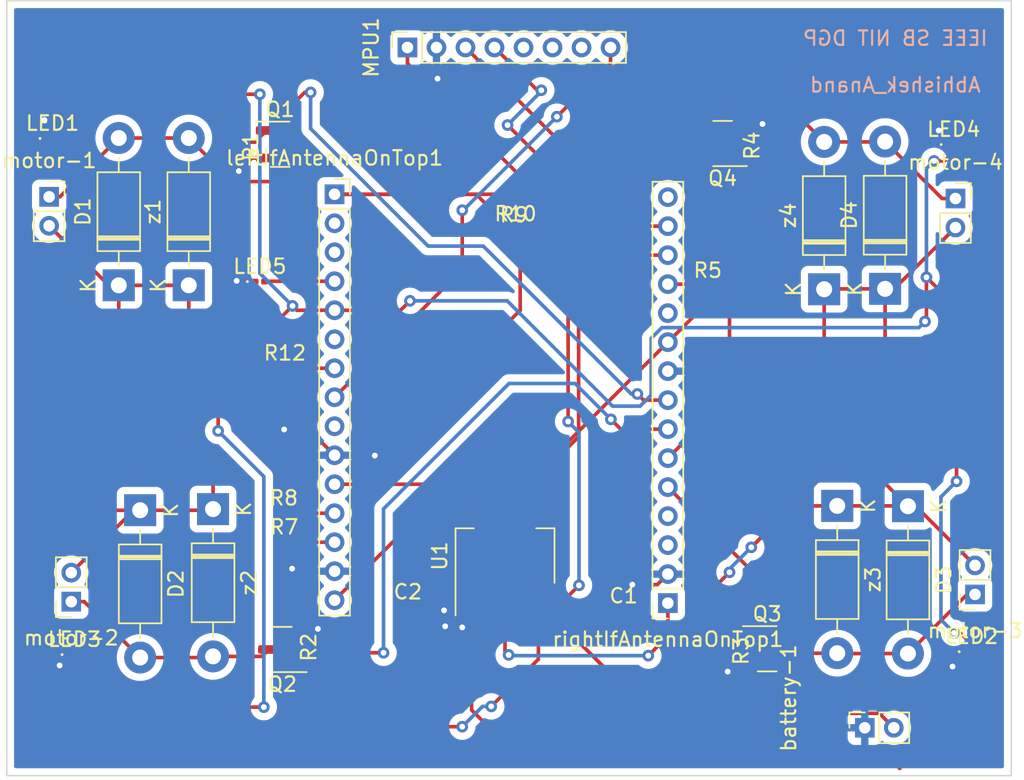
<source format=kicad_pcb>
(kicad_pcb (version 20211014) (generator pcbnew)
  (layers (0 "F.Cu" signal) (31 "B.Cu" signal) (34 "B.Paste" user) (35 "F.Paste" user) (36 "B.SilkS" user "B.Silkscreen") (37 "F.SilkS" user "F.Silkscreen") (38 "B.Mask" user) (39 "F.Mask" user) (44 "Edge.Cuts" user))
  (net 0 "")
  (net 1 "BAT+")
  (net 2 "GND")
  (net 3 "+3V3")
  (net 4 "Net-(D2-Pad2)")
  (net 5 "Net-(D3-Pad2)")
  (net 6 "Net-(D4-Pad2)")
  (net 7 "LED{slash}D12")
  (net 8 "LED{slash}D13")
  (net 9 "ADC")
  (net 13 "Net-(R12-Pad2)")
  (net 14 "INT")
  (net 16 "Net-(R8-Pad2)")
  (net 17 "Net-(R7-Pad2)")
  (net 18 "PWM{slash}M1{slash}D5")
  (net 19 "PWM{slash}M2{slash}D6")
  (net 20 "PWM{slash}M3{slash}D8")
  (net 21 "PWM{slash}M4{slash}D7")
  (net 22 "Net-(R5-Pad1)")
  (net 26 "SDA")
  (net 27 "SCL")
  (net 29 "Net-(Q1-Pad3)")
  (footprint "Diode_THT:D_DO-41_SOD81_P10.16mm_Horizontal" (layer "F.Cu") (at 192.375 73.525 90)
    (fp_text reference "D4" (at 5.08 -2.47 90) (layer "F.SilkS"))
    (fp_text value "1N4007")
    (fp_text user "K" (at 0 -2.1 90) (layer "F.SilkS"))
    (pad "1" thru_hole rect (at 0 0 90) (size 2.2 2.2) (drill 1.1) (layers *.Cu *.Mask) (net 1 "BAT+"))
    (pad "2" thru_hole oval (at 10.16 0 90) (size 2.2 2.2) (drill 1.1) (layers *.Cu *.Mask) (net 6 "Net-(D4-Pad2)"))
  )
  (footprint "Resistor_SMD:R_0201_0603Metric" (layer "F.Cu") (at 153.7 98.25 90)
    (fp_text reference "R2" (at 0 -1.05 90) (layer "F.SilkS"))
    (fp_text value "1k")
    (pad "1" smd roundrect (at -0.32 0 90) (size 0.46 0.4) (layers "F.Cu" "F.Mask") (net 19 "PWM{slash}M2{slash}D6"))
    (pad "2" smd roundrect (at 0.32 0 90) (size 0.46 0.4) (layers "F.Cu" "F.Mask") (net 2 "GND"))
  )
  (footprint "Package_TO_SOT_SMD:SOT-223-3_TabPin2" (layer "F.Cu") (at 166.175 91.95 90)
    (fp_text reference "U1" (at 0 -4.5 90) (layer "F.SilkS"))
    (fp_text value "AMS1117-3.3")
    (pad "1" smd rect (at -3.15 -2.3 90) (size 2 1.5) (layers "F.Cu" "F.Paste" "F.Mask") (net 2 "GND"))
    (pad "2" smd rect (at -3.15 0 90) (size 2 1.5) (layers "F.Cu" "F.Paste" "F.Mask") (net 3 "+3V3"))
    (pad "2" smd rect (at 3.15 0 90) (size 2 3.8) (layers "F.Cu" "F.Paste" "F.Mask") (net 3 "+3V3"))
    (pad "3" smd rect (at -3.15 2.3 90) (size 2 1.5) (layers "F.Cu" "F.Paste" "F.Mask") (net 1 "BAT+"))
  )
  (footprint "Diode_THT:D_DO-41_SOD81_P10.16mm_Horizontal" (layer "F.Cu") (at 144.375 73.28 90)
    (fp_text reference "z1" (at 5.08 -2.47 90) (layer "F.SilkS"))
    (fp_text value "1N5819")
    (fp_text user "K" (at 0 -2.1 90) (layer "F.SilkS"))
    (pad "1" thru_hole rect (at 0 0 90) (size 2.2 2.2) (drill 1.1) (layers *.Cu *.Mask) (net 1 "BAT+"))
    (pad "2" thru_hole oval (at 10.16 0 90) (size 2.2 2.2) (drill 1.1) (layers *.Cu *.Mask) (net 29 "Net-(Q1-Pad3)"))
  )
  (footprint "Package_TO_SOT_SMD:SOT-23" (layer "F.Cu") (at 150.825 98.4 180)
    (fp_text reference "Q2" (at 0 -2.4) (layer "F.SilkS"))
    (fp_text value "DMG2302U")
    (pad "1" smd roundrect (at -0.9375 -0.95 180) (size 1.475 0.6) (layers "F.Cu" "F.Paste" "F.Mask") (net 19 "PWM{slash}M2{slash}D6"))
    (pad "2" smd roundrect (at -0.9375 0.95 180) (size 1.475 0.6) (layers "F.Cu" "F.Paste" "F.Mask") (net 2 "GND"))
    (pad "3" smd roundrect (at 0.9375 0 180) (size 1.475 0.6) (layers "F.Cu" "F.Paste" "F.Mask") (net 4 "Net-(D2-Pad2)"))
  )
  (footprint "LED_SMD:LED_0201_0603Metric" (layer "F.Cu") (at 134.98 63.15)
    (fp_text reference "LED1" (at 0 -1.05) (layer "F.SilkS"))
    (fp_text value "GREEN")
    (pad "1" smd roundrect (at -0.32 0) (size 0.46 0.4) (layers "F.Cu" "F.Mask") (net 2 "GND"))
    (pad "2" smd roundrect (at 0.32 0) (size 0.46 0.4) (layers "F.Cu" "F.Mask") (net 7 "LED{slash}D12"))
  )
  (footprint "LED_SMD:LED_0201_0603Metric" (layer "F.Cu") (at 198.3425 98.55)
    (fp_text reference "LED2" (at 0 -1.05) (layer "F.SilkS"))
    (fp_text value "GREEN")
    (pad "1" smd roundrect (at -0.32 0) (size 0.46 0.4) (layers "F.Cu" "F.Mask") (net 2 "GND"))
    (pad "2" smd roundrect (at 0.32 0) (size 0.46 0.4) (layers "F.Cu" "F.Mask") (net 7 "LED{slash}D12"))
  )
  (footprint "Package_TO_SOT_SMD:SOT-23" (layer "F.Cu") (at 150.675 63.55)
    (fp_text reference "Q1" (at 0 -2.4) (layer "F.SilkS"))
    (fp_text value "DMG2302U")
    (pad "1" smd roundrect (at -0.9375 -0.95) (size 1.475 0.6) (layers "F.Cu" "F.Paste" "F.Mask") (net 18 "PWM{slash}M1{slash}D5"))
    (pad "2" smd roundrect (at -0.9375 0.95) (size 1.475 0.6) (layers "F.Cu" "F.Paste" "F.Mask") (net 2 "GND"))
    (pad "3" smd roundrect (at 0.9375 0) (size 1.475 0.6) (layers "F.Cu" "F.Paste" "F.Mask") (net 29 "Net-(Q1-Pad3)"))
  )
  (footprint "Connector_PinSocket_2.00mm:PinSocket_1x02_P2.00mm_Vertical" (layer "F.Cu") (at 134.75 67.175)
    (fp_text reference "motor-1" (at 0 -2.5) (layer "F.SilkS"))
    (fp_text value "motor+1")
    (pad "1" thru_hole rect (at 0 0) (size 1.35 1.35) (drill 0.8) (layers *.Cu *.Mask) (net 29 "Net-(Q1-Pad3)"))
    (pad "2" thru_hole oval (at 0 2) (size 1.35 1.35) (drill 0.8) (layers *.Cu *.Mask) (net 1 "BAT+"))
  )
  (footprint "Connector_PinSocket_2.00mm:PinSocket_1x02_P2.00mm_Vertical" (layer "F.Cu") (at 197.225 67.295)
    (fp_text reference "motor-4" (at 0 -2.5) (layer "F.SilkS"))
    (fp_text value "motor+4")
    (pad "1" thru_hole rect (at 0 0) (size 1.35 1.35) (drill 0.8) (layers *.Cu *.Mask) (net 6 "Net-(D4-Pad2)"))
    (pad "2" thru_hole oval (at 0 2) (size 1.35 1.35) (drill 0.8) (layers *.Cu *.Mask) (net 1 "BAT+"))
  )
  (footprint "Resistor_SMD:R_0201_0603Metric" (layer "F.Cu") (at 151 79)
    (fp_text reference "R12" (at 0 -1.05) (layer "F.SilkS"))
    (fp_text value "10k")
    (pad "1" smd roundrect (at -0.32 0) (size 0.46 0.4) (layers "F.Cu" "F.Mask") (net 2 "GND"))
    (pad "2" smd roundrect (at 0.32 0) (size 0.46 0.4) (layers "F.Cu" "F.Mask") (net 13 "Net-(R12-Pad2)"))
  )
  (footprint "Connector_PinSocket_2.00mm:PinSocket_1x02_P2.00mm_Vertical" (layer "F.Cu") (at 190.975 103.8 90)
    (fp_text reference "battery-1" (at 2.05 -5.25 90) (layer "F.SilkS"))
    (fp_text value "battery+1")
    (pad "1" thru_hole rect (at 0 0 90) (size 1.35 1.35) (drill 0.8) (layers *.Cu *.Mask) (net 2 "GND"))
    (pad "2" thru_hole oval (at 0 2 90) (size 1.35 1.35) (drill 0.8) (layers *.Cu *.Mask) (net 1 "BAT+"))
  )
  (footprint "Resistor_SMD:R_0201_0603Metric" (layer "F.Cu") (at 166.795 67.375 180)
    (fp_text reference "R9" (at 0 -1.05) (layer "F.SilkS"))
    (fp_text value "100k")
    (pad "1" smd roundrect (at -0.32 0 180) (size 0.46 0.4) (layers "F.Cu" "F.Mask") (net 1 "BAT+"))
    (pad "2" smd roundrect (at 0.32 0 180) (size 0.46 0.4) (layers "F.Cu" "F.Mask") (net 9 "ADC"))
  )
  (footprint "Resistor_SMD:R_0201_0603Metric" (layer "F.Cu") (at 150.95 91)
    (fp_text reference "R7" (at 0 -1.05) (layer "F.SilkS"))
    (fp_text value "10k")
    (pad "1" smd roundrect (at -0.32 0) (size 0.46 0.4) (layers "F.Cu" "F.Mask") (net 2 "GND"))
    (pad "2" smd roundrect (at 0.32 0) (size 0.46 0.4) (layers "F.Cu" "F.Mask") (net 17 "Net-(R7-Pad2)"))
  )
  (footprint "Resistor_SMD:R_0201_0603Metric" (layer "F.Cu") (at 147.6 63.725 -90)
    (fp_text reference "R1" (at 0 -1.05 90) (layer "F.SilkS"))
    (fp_text value "1k")
    (pad "1" smd roundrect (at -0.32 0 270) (size 0.46 0.4) (layers "F.Cu" "F.Mask") (net 18 "PWM{slash}M1{slash}D5"))
    (pad "2" smd roundrect (at 0.32 0 270) (size 0.46 0.4) (layers "F.Cu" "F.Mask") (net 2 "GND"))
  )
  (footprint "Diode_THT:D_DO-41_SOD81_P10.16mm_Horizontal" (layer "F.Cu") (at 139.55 73.28 90)
    (fp_text reference "D1" (at 5.08 -2.47 90) (layer "F.SilkS"))
    (fp_text value "1N4007")
    (fp_text user "K" (at 0 -2.1 90) (layer "F.SilkS"))
    (pad "1" thru_hole rect (at 0 0 90) (size 2.2 2.2) (drill 1.1) (layers *.Cu *.Mask) (net 1 "BAT+"))
    (pad "2" thru_hole oval (at 10.16 0 90) (size 2.2 2.2) (drill 1.1) (layers *.Cu *.Mask) (net 29 "Net-(Q1-Pad3)"))
  )
  (footprint "Package_TO_SOT_SMD:SOT-23" (layer "F.Cu") (at 184.25 98.35)
    (fp_text reference "Q3" (at 0 -2.4) (layer "F.SilkS"))
    (fp_text value "DMG2302U")
    (pad "1" smd roundrect (at -0.9375 -0.95) (size 1.475 0.6) (layers "F.Cu" "F.Paste" "F.Mask") (net 20 "PWM{slash}M3{slash}D8"))
    (pad "2" smd roundrect (at -0.9375 0.95) (size 1.475 0.6) (layers "F.Cu" "F.Paste" "F.Mask") (net 2 "GND"))
    (pad "3" smd roundrect (at 0.9375 0) (size 1.475 0.6) (layers "F.Cu" "F.Paste" "F.Mask") (net 5 "Net-(D3-Pad2)"))
  )
  (footprint "Resistor_SMD:R_0201_0603Metric" (layer "F.Cu") (at 181.4 98.5 -90)
    (fp_text reference "R3" (at 0 -1.05 90) (layer "F.SilkS"))
    (fp_text value "1k")
    (pad "1" smd roundrect (at -0.32 0 270) (size 0.46 0.4) (layers "F.Cu" "F.Mask") (net 20 "PWM{slash}M3{slash}D8"))
    (pad "2" smd roundrect (at 0.32 0 270) (size 0.46 0.4) (layers "F.Cu" "F.Mask") (net 2 "GND"))
  )
  (footprint "Diode_THT:D_DO-41_SOD81_P10.16mm_Horizontal" (layer "F.Cu") (at 193.95 88.52 -90)
    (fp_text reference "D3" (at 5.08 -2.47 90) (layer "F.SilkS"))
    (fp_text value "1N4007")
    (fp_text user "K" (at 0 -2.1 90) (layer "F.SilkS"))
    (pad "1" thru_hole rect (at 0 0 270) (size 2.2 2.2) (drill 1.1) (layers *.Cu *.Mask) (net 1 "BAT+"))
    (pad "2" thru_hole oval (at 10.16 0 270) (size 2.2 2.2) (drill 1.1) (layers *.Cu *.Mask) (net 5 "Net-(D3-Pad2)"))
  )
  (footprint "Diode_THT:D_DO-41_SOD81_P10.16mm_Horizontal" (layer "F.Cu") (at 141.025 88.795 -90)
    (fp_text reference "D2" (at 5.08 -2.47 90) (layer "F.SilkS"))
    (fp_text value "1N4007")
    (fp_text user "K" (at 0 -2.1 90) (layer "F.SilkS"))
    (pad "1" thru_hole rect (at 0 0 270) (size 2.2 2.2) (drill 1.1) (layers *.Cu *.Mask) (net 1 "BAT+"))
    (pad "2" thru_hole oval (at 10.16 0 270) (size 2.2 2.2) (drill 1.1) (layers *.Cu *.Mask) (net 4 "Net-(D2-Pad2)"))
  )
  (footprint "Resistor_SMD:R_0201_0603Metric" (layer "F.Cu") (at 184.25 63.645 90)
    (fp_text reference "R4" (at 0 -1.05 90) (layer "F.SilkS"))
    (fp_text value "1k")
    (pad "1" smd roundrect (at -0.32 0 90) (size 0.46 0.4) (layers "F.Cu" "F.Mask") (net 21 "PWM{slash}M4{slash}D7"))
    (pad "2" smd roundrect (at 0.32 0 90) (size 0.46 0.4) (layers "F.Cu" "F.Mask") (net 2 "GND"))
  )
  (footprint "Diode_THT:D_DO-41_SOD81_P10.16mm_Horizontal" (layer "F.Cu") (at 188.175 73.55 90)
    (fp_text reference "z4" (at 5.08 -2.47 90) (layer "F.SilkS"))
    (fp_text value "1N5819")
    (fp_text user "K" (at 0 -2.1 90) (layer "F.SilkS"))
    (pad "1" thru_hole rect (at 0 0 90) (size 2.2 2.2) (drill 1.1) (layers *.Cu *.Mask) (net 1 "BAT+"))
    (pad "2" thru_hole oval (at 10.16 0 90) (size 2.2 2.2) (drill 1.1) (layers *.Cu *.Mask) (net 6 "Net-(D4-Pad2)"))
  )
  (footprint "LED_SMD:LED_0201_0603Metric" (layer "F.Cu") (at 197.1 63.57)
    (fp_text reference "LED4" (at 0 -1.05) (layer "F.SilkS"))
    (fp_text value "BLUE")
    (pad "1" smd roundrect (at -0.32 0) (size 0.46 0.4) (layers "F.Cu" "F.Mask") (net 2 "GND"))
    (pad "2" smd roundrect (at 0.32 0) (size 0.46 0.4) (layers "F.Cu" "F.Mask") (net 7 "LED{slash}D12"))
  )
  (footprint "Connector_PinSocket_2.00mm:PinSocket_1x15_P2.00mm_Vertical" (layer "F.Cu") (at 177.4 95.2 180)
    (fp_text reference "rightIfAntennaOnTop1" (at 0 -2.5) (layer "F.SilkS"))
    (fp_text value "16 to 30")
    (pad "1" thru_hole rect (at 0 0 180) (size 1.35 1.35) (drill 0.8) (layers *.Cu *.Mask) (net 3 "+3V3"))
    (pad "2" thru_hole oval (at 0 2 180) (size 1.35 1.35) (drill 0.8) (layers *.Cu *.Mask) (net 2 "GND"))
    (pad "3" thru_hole oval (at 0 4 180) (size 1.35 1.35) (drill 0.8) (layers *.Cu *.Mask))
    (pad "4" thru_hole oval (at 0 6 180) (size 1.35 1.35) (drill 0.8) (layers *.Cu *.Mask))
    (pad "5" thru_hole oval (at 0 8 180) (size 1.35 1.35) (drill 0.8) (layers *.Cu *.Mask) (net 20 "PWM{slash}M3{slash}D8"))
    (pad "6" thru_hole oval (at 0 10 180) (size 1.35 1.35) (drill 0.8) (layers *.Cu *.Mask) (net 21 "PWM{slash}M4{slash}D7"))
    (pad "7" thru_hole oval (at 0 12 180) (size 1.35 1.35) (drill 0.8) (layers *.Cu *.Mask) (net 19 "PWM{slash}M2{slash}D6"))
    (pad "8" thru_hole oval (at 0 14 180) (size 1.35 1.35) (drill 0.8) (layers *.Cu *.Mask) (net 18 "PWM{slash}M1{slash}D5"))
    (pad "9" thru_hole oval (at 0 16 180) (size 1.35 1.35) (drill 0.8) (layers *.Cu *.Mask) (net 2 "GND"))
    (pad "10" thru_hole oval (at 0 18 180) (size 1.35 1.35) (drill 0.8) (layers *.Cu *.Mask) (net 3 "+3V3"))
    (pad "11" thru_hole oval (at 0 20 180) (size 1.35 1.35) (drill 0.8) (layers *.Cu *.Mask))
    (pad "12" thru_hole oval (at 0 22 180) (size 1.35 1.35) (drill 0.8) (layers *.Cu *.Mask) (net 22 "Net-(R5-Pad1)"))
    (pad "13" thru_hole oval (at 0 24 180) (size 1.35 1.35) (drill 0.8) (layers *.Cu *.Mask) (net 26 "SDA"))
    (pad "14" thru_hole oval (at 0 26 180) (size 1.35 1.35) (drill 0.8) (layers *.Cu *.Mask) (net 27 "SCL"))
    (pad "15" thru_hole oval (at 0 28 180) (size 1.35 1.35) (drill 0.8) (layers *.Cu *.Mask))
  )
  (footprint "Connector_PinSocket_2.00mm:PinSocket_1x08_P2.00mm_Vertical" (layer "F.Cu") (at 159.45 56.875 90)
    (fp_text reference "MPU1" (at 0 -2.5 90) (layer "F.SilkS"))
    (fp_text value "MPU 6050 MODULE")
    (pad "1" thru_hole rect (at 0 0 90) (size 1.35 1.35) (drill 0.8) (layers *.Cu *.Mask) (net 3 "+3V3"))
    (pad "2" thru_hole oval (at 0 2 90) (size 1.35 1.35) (drill 0.8) (layers *.Cu *.Mask) (net 2 "GND"))
    (pad "3" thru_hole oval (at 0 4 90) (size 1.35 1.35) (drill 0.8) (layers *.Cu *.Mask) (net 27 "SCL"))
    (pad "4" thru_hole oval (at 0 6 90) (size 1.35 1.35) (drill 0.8) (layers *.Cu *.Mask) (net 26 "SDA"))
    (pad "5" thru_hole oval (at 0 8 90) (size 1.35 1.35) (drill 0.8) (layers *.Cu *.Mask))
    (pad "6" thru_hole oval (at 0 10 90) (size 1.35 1.35) (drill 0.8) (layers *.Cu *.Mask))
    (pad "7" thru_hole oval (at 0 12 90) (size 1.35 1.35) (drill 0.8) (layers *.Cu *.Mask))
    (pad "8" thru_hole oval (at 0 14 90) (size 1.35 1.35) (drill 0.8) (layers *.Cu *.Mask) (net 14 "INT"))
  )
  (footprint "Resistor_SMD:R_0201_0603Metric" (layer "F.Cu") (at 150.925 89)
    (fp_text reference "R8" (at 0 -1.05) (layer "F.SilkS"))
    (fp_text value "10k")
    (pad "1" smd roundrect (at -0.32 0) (size 0.46 0.4) (layers "F.Cu" "F.Mask") (net 2 "GND"))
    (pad "2" smd roundrect (at 0.32 0) (size 0.46 0.4) (layers "F.Cu" "F.Mask") (net 16 "Net-(R8-Pad2)"))
  )
  (footprint "Diode_THT:D_DO-41_SOD81_P10.16mm_Horizontal" (layer "F.Cu") (at 189.075 88.495 -90)
    (fp_text reference "z3" (at 5.08 -2.47 90) (layer "F.SilkS"))
    (fp_text value "1N5819")
    (fp_text user "K" (at 0 -2.1 90) (layer "F.SilkS"))
    (pad "1" thru_hole rect (at 0 0 270) (size 2.2 2.2) (drill 1.1) (layers *.Cu *.Mask) (net 1 "BAT+"))
    (pad "2" thru_hole oval (at 10.16 0 270) (size 2.2 2.2) (drill 1.1) (layers *.Cu *.Mask) (net 5 "Net-(D3-Pad2)"))
  )
  (footprint "Connector_PinSocket_2.00mm:PinSocket_1x02_P2.00mm_Vertical" (layer "F.Cu") (at 136.275 95.1 180)
    (fp_text reference "motor-2" (at 0 -2.5) (layer "F.SilkS"))
    (fp_text value "motor+2")
    (pad "1" thru_hole rect (at 0 0 180) (size 1.35 1.35) (drill 0.8) (layers *.Cu *.Mask) (net 4 "Net-(D2-Pad2)"))
    (pad "2" thru_hole oval (at 0 2 180) (size 1.35 1.35) (drill 0.8) (layers *.Cu *.Mask) (net 1 "BAT+"))
  )
  (footprint "Resistor_SMD:R_0201_0603Metric" (layer "F.Cu") (at 166.9 69.4)
    (fp_text reference "R10" (at 0 -1.05) (layer "F.SilkS"))
    (fp_text value "10k")
    (pad "1" smd roundrect (at -0.32 0) (size 0.46 0.4) (layers "F.Cu" "F.Mask") (net 9 "ADC"))
    (pad "2" smd roundrect (at 0.32 0) (size 0.46 0.4) (layers "F.Cu" "F.Mask") (net 2 "GND"))
  )
  (footprint "Capacitor_SMD:C_0201_0603Metric" (layer "F.Cu") (at 174.35 95.75)
    (fp_text reference "C1" (at 0 -1.05) (layer "F.SilkS"))
    (fp_text value "10nF")
    (pad "1" smd roundrect (at -0.32 0) (size 0.46 0.4) (layers "F.Cu" "F.Mask") (net 1 "BAT+"))
    (pad "2" smd roundrect (at 0.32 0) (size 0.46 0.4) (layers "F.Cu" "F.Mask") (net 2 "GND"))
  )
  (footprint "Package_TO_SOT_SMD:SOT-23" (layer "F.Cu") (at 181.175 63.5 180)
    (fp_text reference "Q4" (at 0 -2.4) (layer "F.SilkS"))
    (fp_text value "DMG2302U")
    (pad "1" smd roundrect (at -0.9375 -0.95 180) (size 1.475 0.6) (layers "F.Cu" "F.Paste" "F.Mask") (net 21 "PWM{slash}M4{slash}D7"))
    (pad "2" smd roundrect (at -0.9375 0.95 180) (size 1.475 0.6) (layers "F.Cu" "F.Paste" "F.Mask") (net 2 "GND"))
    (pad "3" smd roundrect (at 0.9375 0 180) (size 1.475 0.6) (layers "F.Cu" "F.Paste" "F.Mask") (net 6 "Net-(D4-Pad2)"))
  )
  (footprint "Connector_PinSocket_2.00mm:PinSocket_1x02_P2.00mm_Vertical" (layer "F.Cu") (at 198.575 94.6 180)
    (fp_text reference "motor-3" (at 0 -2.5) (layer "F.SilkS"))
    (fp_text value "motor+3")
    (pad "1" thru_hole rect (at 0 0 180) (size 1.35 1.35) (drill 0.8) (layers *.Cu *.Mask) (net 5 "Net-(D3-Pad2)"))
    (pad "2" thru_hole oval (at 0 2 180) (size 1.35 1.35) (drill 0.8) (layers *.Cu *.Mask) (net 1 "BAT+"))
  )
  (footprint "LED_SMD:LED_0201_0603Metric" (layer "F.Cu") (at 149.275 73.025)
    (fp_text reference "LED5" (at 0 -1.05) (layer "F.SilkS"))
    (fp_text value "RED(STATUS)")
    (pad "1" smd roundrect (at -0.32 0) (size 0.46 0.4) (layers "F.Cu" "F.Mask") (net 2 "GND"))
    (pad "2" smd roundrect (at 0.32 0) (size 0.46 0.4) (layers "F.Cu" "F.Mask") (net 8 "LED{slash}D13"))
  )
  (footprint "Resistor_SMD:R_0201_0603Metric" (layer "F.Cu") (at 180.15 73.3)
    (fp_text reference "R5" (at 0 -1.05) (layer "F.SilkS"))
    (fp_text value "10k")
    (pad "1" smd roundrect (at -0.32 0) (size 0.46 0.4) (layers "F.Cu" "F.Mask") (net 22 "Net-(R5-Pad1)"))
    (pad "2" smd roundrect (at 0.32 0) (size 0.46 0.4) (layers "F.Cu" "F.Mask") (net 3 "+3V3"))
  )
  (footprint "Diode_THT:D_DO-41_SOD81_P10.16mm_Horizontal" (layer "F.Cu") (at 146.05 88.715 -90)
    (fp_text reference "z2" (at 5.08 -2.47 90) (layer "F.SilkS"))
    (fp_text value "1N5819")
    (fp_text user "K" (at 0 -2.1 90) (layer "F.SilkS"))
    (pad "1" thru_hole rect (at 0 0 270) (size 2.2 2.2) (drill 1.1) (layers *.Cu *.Mask) (net 1 "BAT+"))
    (pad "2" thru_hole oval (at 10.16 0 270) (size 2.2 2.2) (drill 1.1) (layers *.Cu *.Mask) (net 4 "Net-(D2-Pad2)"))
  )
  (footprint "Connector_PinSocket_2.00mm:PinSocket_1x15_P2.00mm_Vertical" (layer "F.Cu") (at 154.425 67)
    (fp_text reference "leftIfAntennaOnTop1" (at 0 -2.5) (layer "F.SilkS"))
    (fp_text value "1 to 15")
    (pad "1" thru_hole rect (at 0 0) (size 1.35 1.35) (drill 0.8) (layers *.Cu *.Mask) (net 9 "ADC"))
    (pad "2" thru_hole oval (at 0 2) (size 1.35 1.35) (drill 0.8) (layers *.Cu *.Mask))
    (pad "3" thru_hole oval (at 0 4) (size 1.35 1.35) (drill 0.8) (layers *.Cu *.Mask))
    (pad "4" thru_hole oval (at 0 6) (size 1.35 1.35) (drill 0.8) (layers *.Cu *.Mask) (net 8 "LED{slash}D13"))
    (pad "5" thru_hole oval (at 0 8) (size 1.35 1.35) (drill 0.8) (layers *.Cu *.Mask) (net 7 "LED{slash}D12"))
    (pad "6" thru_hole oval (at 0 10) (size 1.35 1.35) (drill 0.8) (layers *.Cu *.Mask))
    (pad "7" thru_hole oval (at 0 12) (size 1.35 1.35) (drill 0.8) (layers *.Cu *.Mask) (net 13 "Net-(R12-Pad2)"))
    (pad "8" thru_hole oval (at 0 14) (size 1.35 1.35) (drill 0.8) (layers *.Cu *.Mask) (net 14 "INT"))
    (pad "9" thru_hole oval (at 0 16) (size 1.35 1.35) (drill 0.8) (layers *.Cu *.Mask))
    (pad "10" thru_hole oval (at 0 18) (size 1.35 1.35) (drill 0.8) (layers *.Cu *.Mask) (net 2 "GND"))
    (pad "11" thru_hole oval (at 0 20) (size 1.35 1.35) (drill 0.8) (layers *.Cu *.Mask) (net 3 "+3V3"))
    (pad "12" thru_hole oval (at 0 22) (size 1.35 1.35) (drill 0.8) (layers *.Cu *.Mask) (net 16 "Net-(R8-Pad2)"))
    (pad "13" thru_hole oval (at 0 24) (size 1.35 1.35) (drill 0.8) (layers *.Cu *.Mask) (net 17 "Net-(R7-Pad2)"))
    (pad "14" thru_hole oval (at 0 26) (size 1.35 1.35) (drill 0.8) (layers *.Cu *.Mask) (net 2 "GND"))
    (pad "15" thru_hole oval (at 0 28) (size 1.35 1.35) (drill 0.8) (layers *.Cu *.Mask) (net 3 "+3V3"))
  )
  (footprint "LED_SMD:LED_0201_0603Metric" (layer "F.Cu") (at 136.5 98.75)
    (fp_text reference "LED3" (at 0 -1.05) (layer "F.SilkS"))
    (fp_text value "BLUE")
    (pad "1" smd roundrect (at -0.32 0) (size 0.46 0.4) (layers "F.Cu" "F.Mask") (net 2 "GND"))
    (pad "2" smd roundrect (at 0.32 0) (size 0.46 0.4) (layers "F.Cu" "F.Mask") (net 7 "LED{slash}D12"))
  )
  (footprint "Capacitor_SMD:C_0201_0603Metric" (layer "F.Cu") (at 159.475 95.475)
    (fp_text reference "C2" (at 0 -1.05) (layer "F.SilkS"))
    (fp_text value "10nF")
    (pad "1" smd roundrect (at -0.32 0) (size 0.46 0.4) (layers "F.Cu" "F.Mask") (net 3 "+3V3"))
    (pad "2" smd roundrect (at 0.32 0) (size 0.46 0.4) (layers "F.Cu" "F.Mask") (net 2 "GND"))
  )
  (gr_rect (start 131.825 53.65) (end 201.075 107.1) (layer "Edge.Cuts") (width 0.1) (fill none))
  (gr_text "-" (at 190.875 105.9) (layer "F.Cu") (effects (font (size 1.5 1.5) (thickness 0.3))))
  (gr_text "+" (at 193.375 105.9) (layer "F.Cu") (effects (font (size 1.5 1.5) (thickness 0.3))))
  (gr_text "IEEE SB NIT DGP\n\nAbhishek_Anand" (at 193.075 57.85) (layer "B.SilkS") (effects (font (size 1 1)) (justify mirror)))
  (segment (start 141.025 88.795) (end 145.97 88.795) (width 0.25) (layer "F.Cu") (net 1))
  (segment (start 168.475 99.075) (end 165.225 102.325) (width 0.25) (layer "F.Cu") (net 1))
  (segment (start 192.995 73.525) (end 192.375 73.525) (width 0.25) (layer "F.Cu") (net 1))
  (segment (start 146.05 88.715) (end 146.05 85.8) (width 0.25) (layer "F.Cu") (net 1))
  (segment (start 167.115 67.375) (end 170.525 70.785) (width 0.25) (layer "F.Cu") (net 1))
  (segment (start 145.97 88.795) (end 146.05 88.715) (width 0.25) (layer "F.Cu") (net 1))
  (segment (start 190.275 84.225) (end 192.375 82.125) (width 0.25) (layer "F.Cu") (net 1))
  (segment (start 188.175 86.325) (end 188.175 73.55) (width 0.25) (layer "F.Cu") (net 1))
  (segment (start 168.475 95.1) (end 168.475 99.075) (width 0.25) (layer "F.Cu") (net 1))
  (segment (start 183.15 91.35) (end 188.175 86.325) (width 0.25) (layer "F.Cu") (net 1))
  (segment (start 173.38 95.1) (end 168.475 95.1) (width 0.25) (layer "F.Cu") (net 1))
  (segment (start 140.58 88.795) (end 141.025 88.795) (width 0.25) (layer "F.Cu") (net 1))
  (segment (start 190.275 84.845) (end 190.275 84.225) (width 0.25) (layer "F.Cu") (net 1))
  (segment (start 176.175489 102.800489) (end 191.975489 102.800489) (width 0.25) (layer "F.Cu") (net 1))
  (segment (start 189.075 88.495) (end 193.925 88.495) (width 0.25) (layer "F.Cu") (net 1))
  (segment (start 133.725 100.075) (end 133.725 88.925) (width 0.25) (layer "F.Cu") (net 1))
  (segment (start 134.375 100.725) (end 133.725 100.075) (width 0.25) (layer "F.Cu") (net 1))
  (segment (start 198.575 92.6) (end 194.495 88.52) (width 0.25) (layer "F.Cu") (net 1))
  (segment (start 140.324639 103.725) (end 137.324639 100.725) (width 0.25) (layer "F.Cu") (net 1))
  (segment (start 139.55 83.1) (end 139.55 73.28) (width 0.25) (layer "F.Cu") (net 1))
  (segment (start 183.15 91.35) (end 186.005 88.495) (width 0.25) (layer "F.Cu") (net 1))
  (segment (start 197.225 69.295) (end 192.995 73.525) (width 0.25) (layer "F.Cu") (net 1))
  (segment (start 141.025 88.795) (end 134.92 88.795) (width 0.25) (layer "F.Cu") (net 1))
  (segment (start 194.495 88.52) (end 193.95 88.52) (width 0.25) (layer "F.Cu") (net 1))
  (segment (start 134.3875 88.2625) (end 139.55 83.1) (width 0.25) (layer "F.Cu") (net 1))
  (segment (start 178.75 100.325) (end 178.75 95.975) (width 0.25) (layer "F.Cu") (net 1))
  (segment (start 139.55 83.1) (end 141.45 81.2) (width 0.25) (layer "F.Cu") (net 1))
  (segment (start 137.324639 100.725) (end 134.375 100.725) (width 0.25) (layer "F.Cu") (net 1))
  (segment (start 174.03 95.75) (end 173.38 95.1) (width 0.25) (layer "F.Cu") (net 1))
  (segment (start 186.005 88.495) (end 189.075 88.495) (width 0.25) (layer "F.Cu") (net 1))
  (segment (start 146.05 85.8) (end 141.45 81.2) (width 0.25) (layer "F.Cu") (net 1))
  (segment (start 168.475 95.1) (end 173.7 100.325) (width 0.25) (layer "F.Cu") (net 1))
  (segment (start 134.75 69.175) (end 138.855 73.28) (width 0.25) (layer "F.Cu") (net 1))
  (segment (start 188.2 73.525) (end 188.175 73.55) (width 0.25) (layer "F.Cu") (net 1))
  (segment (start 136.275 93.1) (end 140.58 88.795) (width 0.25) (layer "F.Cu") (net 1))
  (segment (start 168.475 95.1) (end 176.175489 102.800489) (width 0.25) (layer "F.Cu") (net 1))
  (segment (start 191.975489 102.800489) (end 192.975 103.8) (width 0.25) (layer "F.Cu") (net 1))
  (segment (start 141.45 81.2) (end 144.375 78.275) (width 0.25) (layer "F.Cu") (net 1))
  (segment (start 192.375 82.125) (end 192.375 73.525) (width 0.25) (layer "F.Cu") (net 1))
  (segment (start 170.525 70.785) (end 170.525 82.675) (width 0.25) (layer "F.Cu") (net 1))
  (segment (start 193.925 88.495) (end 193.95 88.52) (width 0.25) (layer "F.Cu") (net 1))
  (segment (start 133.725 88.925) (end 134.3875 88.2625) (width 0.25) (layer "F.Cu") (net 1))
  (segment (start 144.375 78.275) (end 144.375 73.28) (width 0.25) (layer "F.Cu") (net 1))
  (segment (start 170.15 95.1) (end 168.475 95.1) (width 0.25) (layer "F.Cu") (net 1))
  (segment (start 183.15 91.35) (end 190.275 84.225) (width 0.25) (layer "F.Cu") (net 1))
  (segment (start 192.375 73.525) (end 188.2 73.525) (width 0.25) (layer "F.Cu") (net 1))
  (segment (start 134.92 88.795) (end 134.3875 88.2625) (width 0.25) (layer "F.Cu") (net 1))
  (segment (start 139.55 73.28) (end 144.375 73.28) (width 0.25) (layer "F.Cu") (net 1))
  (segment (start 173.7 100.325) (end 178.75 100.325) (width 0.25) (layer "F.Cu") (net 1))
  (segment (start 138.855 73.28) (end 139.55 73.28) (width 0.25) (layer "F.Cu") (net 1))
  (segment (start 193.95 88.52) (end 190.275 84.845) (width 0.25) (layer "F.Cu") (net 1))
  (segment (start 178.75 95.975) (end 181.65 93.075) (width 0.25) (layer "F.Cu") (net 1))
  (segment (start 171.275 93.975) (end 170.15 95.1) (width 0.25) (layer "F.Cu") (net 1))
  (segment (start 163.225 103.725) (end 140.324639 103.725) (width 0.25) (layer "F.Cu") (net 1))
  (via (at 165.225 102.325) (size 0.8) (drill 0.4) (layers "F.Cu" "B.Cu") (net 1))
  (via (at 183.15 91.35) (size 0.8) (drill 0.4) (layers "F.Cu" "B.Cu") (net 1))
  (via (at 163.225 103.725) (size 0.8) (drill 0.4) (layers "F.Cu" "B.Cu") (net 1))
  (via (at 181.65 93.075) (size 0.8) (drill 0.4) (layers "F.Cu" "B.Cu") (net 1))
  (via (at 171.275 93.975) (size 0.8) (drill 0.4) (layers "F.Cu" "B.Cu") (net 1))
  (via (at 170.525 82.675) (size 0.8) (drill 0.4) (layers "F.Cu" "B.Cu") (net 1))
  (segment (start 181.65 92.85) (end 183.15 91.35) (width 0.25) (layer "B.Cu") (net 1))
  (segment (start 164.625 102.325) (end 163.225 103.725) (width 0.25) (layer "B.Cu") (net 1))
  (segment (start 170.525 82.675) (end 171.275 83.425) (width 0.25) (layer "B.Cu") (net 1))
  (segment (start 181.65 93.075) (end 181.65 92.85) (width 0.25) (layer "B.Cu") (net 1))
  (segment (start 171.275 83.425) (end 171.275 93.975) (width 0.25) (layer "B.Cu") (net 1))
  (segment (start 165.225 102.325) (end 164.625 102.325) (width 0.25) (layer "B.Cu") (net 1))
  (segment (start 150.68 82.955) (end 150.95 83.225) (width 0.25) (layer "F.Cu") (net 2))
  (segment (start 136.18 98.795) (end 135.475 99.5) (width 0.25) (layer "F.Cu") (net 2))
  (segment (start 165.1 103.8) (end 163.875 102.575) (width 0.25) (layer "F.Cu") (net 2))
  (segment (start 153.275 96.975) (end 153.275 97.505) (width 0.25) (layer "F.Cu") (net 2))
  (segment (start 154.425 85) (end 157.175 85) (width 0.25) (layer "F.Cu") (net 2))
  (segment (start 174.67 94.205) (end 174.95 93.925) (width 0.25) (layer "F.Cu") (net 2))
  (segment (start 152.8 97.45) (end 153.275 96.975) (width 0.25) (layer "F.Cu") (net 2))
  (segment (start 163.875 102.575) (end 163.875 95.1) (width 0.25) (layer "F.Cu") (net 2))
  (segment (start 147.725 73.025) (end 147.675 72.975) (width 0.25) (layer "F.Cu") (net 2))
  (segment (start 150.63 91) (end 150.63 91.955) (width 0.25) (layer "F.Cu") (net 2))
  (segment (start 150.95 83.225) (end 152.65 83.225) (width 0.25) (layer "F.Cu") (net 2))
  (segment (start 150.63 91.955) (end 151.5 92.825) (width 0.25) (layer "F.Cu") (net 2))
  (segment (start 190.975 103.8) (end 165.1 103.8) (width 0.25) (layer "F.Cu") (net 2))
  (segment (start 196.075 62.865) (end 196.78 63.57) (width 0.25) (layer "F.Cu") (net 2))
  (segment (start 163.225 96.875) (end 163.225 95.75) (width 0.25) (layer "F.Cu") (net 2))
  (segment (start 198.0225 98.5775) (end 197.025 99.575) (width 0.25) (layer "F.Cu") (net 2))
  (segment (start 163.15 96.8) (end 163.225 96.875) (width 0.25) (layer "F.Cu") (net 2))
  (segment (start 134.425 62.915) (end 134.66 63.15) (width 0.25) (layer "F.Cu") (net 2))
  (segment (start 182.15 99.3) (end 181.525 99.925) (width 0.25) (layer "F.Cu") (net 2))
  (segment (start 150.605 89) (end 150.605 90.975) (width 0.25) (layer "F.Cu") (net 2))
  (segment (start 161.975 95.7) (end 161.975 96.725) (width 0.25) (layer "F.Cu") (net 2))
  (segment (start 153.275 97.505) (end 153.7 97.93) (width 0.25) (layer "F.Cu") (net 2))
  (segment (start 162.05 96.8) (end 163.15 96.8) (width 0.25) (layer "F.Cu") (net 2))
  (segment (start 174.67 95.75) (end 174.67 94.205) (width 0.25) (layer "F.Cu") (net 2))
  (segment (start 161.75 95.475) (end 161.975 95.7) (width 0.25) (layer "F.Cu") (net 2))
  (segment (start 152.65 83.225) (end 154.425 85) (width 0.25) (layer "F.Cu") (net 2))
  (segment (start 151.7625 97.45) (end 152.8 97.45) (width 0.25) (layer "F.Cu") (net 2))
  (segment (start 147.6 64.045) (end 147.6 65.175) (width 0.25) (layer "F.Cu") (net 2))
  (segment (start 161.975 96.725) (end 162.05 96.8) (width 0.25) (layer "F.Cu") (net 2))
  (segment (start 149.7375 64.5) (end 148.725 64.5) (width 0.25) (layer "F.Cu") (net 2))
  (segment (start 136.18 98.75) (end 136.18 98.795) (width 0.25) (layer "F.Cu") (net 2))
  (segment (start 148.725 64.5) (end 147.825 65.4) (width 0.25) (layer "F.Cu") (net 2))
  (segment (start 184.25 62.475) (end 183.925 62.15) (width 0.25) (layer "F.Cu") (net 2))
  (segment (start 161.45 58.95) (end 161.525 59.025) (width 0.25) (layer "F.Cu") (net 2))
  (segment (start 134.425 61.875) (end 134.425 62.915) (width 0.25) (layer "F.Cu") (net 2))
  (segment (start 148.955 73.025) (end 147.725 73.025) (width 0.25) (layer "F.Cu") (net 2))
  (segment (start 196.075 62.6) (end 196.075 62.865) (width 0.25) (layer "F.Cu") (net 2))
  (segment (start 167.22 75.005) (end 157.2 85.025) (width 0.25) (layer "F.Cu") (net 2))
  (segment (start 181.4 98.82) (end 181.4 99.8) (width 0.25) (layer "F.Cu") (net 2))
  (segment (start 151.675 93) (end 151.5 92.825) (width 0.25) (layer "F.Cu") (net 2))
  (segment (start 163.225 95.75) (end 163.875 95.1) (width 0.25) (layer "F.Cu") (net 2))
  (segment (start 147.6 65.175) (end 147.825 65.4) (width 0.25) (layer "F.Cu") (net 2))
  (segment (start 198.0225 98.55) (end 198.0225 98.5775) (width 0.25) (layer "F.Cu") (net 2))
  (segment (start 161.45 56.875) (end 161.45 58.95) (width 0.25) (layer "F.Cu") (net 2))
  (segment (start 161.975 95.7) (end 163.275 95.7) (width 0.25) (layer "F.Cu") (net 2))
  (segment (start 154.425 93) (end 151.675 93) (width 0.25) (layer "F.Cu") (net 2))
  (segment (start 174.95 93.925) (end 176.675 93.925) (width 0.25) (layer "F.Cu") (net 2))
  (segment (start 150.605 90.975) (end 150.63 91) (width 0.25) (layer "F.Cu") (net 2))
  (segment (start 159.795 95.475) (end 161.75 95.475) (width 0.25) (layer "F.Cu") (net 2))
  (segment (start 167.22 69.4) (end 167.22 75.005) (width 0.25) (layer "F.Cu") (net 2))
  (segment (start 183.3125 99.3) (end 182.15 99.3) (width 0.25) (layer "F.Cu") (net 2))
  (segment (start 184.25 63.325) (end 184.25 62.475) (width 0.25) (layer "F.Cu") (net 2))
  (segment (start 176.675 93.925) (end 177.4 93.2) (width 0.25) (layer "F.Cu") (net 2))
  (segment (start 157.175 85) (end 157.2 85.025) (width 0.25) (layer "F.Cu") (net 2))
  (segment (start 163.275 95.7) (end 163.875 95.1) (width 0.25) (layer "F.Cu") (net 2))
  (segment (start 183.525 62.55) (end 183.925 62.15) (width 0.25) (layer "F.Cu") (net 2))
  (segment (start 150.68 79) (end 150.68 82.955) (width 0.25) (layer "F.Cu") (net 2))
  (segment (start 181.4 99.8) (end 181.525 99.925) (width 0.25) (layer "F.Cu") (net 2))
  (segment (start 182.1125 62.55) (end 183.525 62.55) (width 0.25) (layer "F.Cu") (net 2))
  (via (at 151.5 92.825) (size 0.8) (drill 0.4) (layers "F.Cu" "B.Cu") (net 2))
  (via (at 174.95 93.925) (size 0.8) (drill 0.4) (layers "F.Cu" "B.Cu") (net 2))
  (via (at 181.525 99.925) (size 0.8) (drill 0.4) (layers "F.Cu" "B.Cu") (net 2))
  (via (at 153.275 96.975) (size 0.8) (drill 0.4) (layers "F.Cu" "B.Cu") (net 2))
  (via (at 157.2 85.025) (size 0.8) (drill 0.4) (layers "F.Cu" "B.Cu") (net 2))
  (via (at 147.825 65.4) (size 0.8) (drill 0.4) (layers "F.Cu" "B.Cu") (net 2))
  (via (at 147.675 72.975) (size 0.8) (drill 0.4) (layers "F.Cu" "B.Cu") (net 2))
  (via (at 150.95 83.225) (size 0.8) (drill 0.4) (layers "F.Cu" "B.Cu") (net 2))
  (via (at 183.925 62.15) (size 0.8) (drill 0.4) (layers "F.Cu" "B.Cu") (net 2))
  (via (at 134.425 61.875) (size 0.8) (drill 0.4) (layers "F.Cu" "B.Cu") (net 2))
  (via (at 161.975 95.7) (size 0.8) (drill 0.4) (layers "F.Cu" "B.Cu") (net 2))
  (via (at 163.225 96.875) (size 0.8) (drill 0.4) (layers "F.Cu" "B.Cu") (net 2))
  (via (at 197.025 99.575) (size 0.8) (drill 0.4) (layers "F.Cu" "B.Cu") (net 2))
  (via (at 161.525 59.025) (size 0.8) (drill 0.4) (layers "F.Cu" "B.Cu") (net 2))
  (via (at 162.05 96.8) (size 0.8) (drill 0.4) (layers "F.Cu" "B.Cu") (net 2))
  (via (at 135.475 99.5) (size 0.8) (drill 0.4) (layers "F.Cu" "B.Cu") (net 2))
  (via (at 196.075 62.6) (size 0.8) (drill 0.4) (layers "F.Cu" "B.Cu") (net 2))
  (segment (start 166.175 88.425) (end 177.4 77.2) (width 0.25) (layer "F.Cu") (net 3))
  (segment (start 166.175 95.1) (end 166.175 88.8) (width 0.25) (layer "F.Cu") (net 3))
  (segment (start 171.249511 83.725489) (end 166.175 88.8) (width 0.25) (layer "F.Cu") (net 3))
  (segment (start 166.175 88.8) (end 166.175 88.425) (width 0.25) (layer "F.Cu") (net 3))
  (segment (start 166.425 98.775) (end 166.175 98.525) (width 0.25) (layer "F.Cu") (net 3))
  (segment (start 177.4 95.2) (end 177.4 97.475) (width 0.25) (layer "F.Cu") (net 3))
  (segment (start 154.425 87) (end 164.375 87) (width 0.25) (layer "F.Cu") (net 3))
  (segment (start 164.375 87) (end 166.175 88.8) (width 0.25) (layer "F.Cu") (net 3))
  (segment (start 154.425 95) (end 160.625 88.8) (width 0.25) (layer "F.Cu") (net 3))
  (segment (start 159.155 95.284639) (end 165.639639 88.8) (width 0.25) (layer "F.Cu") (net 3))
  (segment (start 166.175 98.525) (end 166.175 95.1) (width 0.25) (layer "F.Cu") (net 3))
  (segment (start 159.45 57.974614) (end 171.249511 69.774125) (width 0.25) (layer "F.Cu") (net 3))
  (segment (start 165.639639 88.8) (end 166.175 88.8) (width 0.25) (layer "F.Cu") (net 3))
  (segment (start 171.249511 69.774125) (end 171.249511 83.725489) (width 0.25) (layer "F.Cu") (net 3))
  (segment (start 159.45 56.875) (end 159.45 57.974614) (width 0.25) (layer "F.Cu") (net 3))
  (segment (start 180.47 74.13) (end 177.4 77.2) (width 0.25) (layer "F.Cu") (net 3))
  (segment (start 177.4 97.475) (end 176.05 98.825) (width 0.25) (layer "F.Cu") (net 3))
  (segment (start 160.625 88.8) (end 166.175 88.8) (width 0.25) (layer "F.Cu") (net 3))
  (segment (start 159.155 95.475) (end 159.155 95.284639) (width 0.25) (layer "F.Cu") (net 3))
  (segment (start 180.47 73.3) (end 180.47 74.13) (width 0.25) (layer "F.Cu") (net 3))
  (via (at 166.425 98.775) (size 0.8) (drill 0.4) (layers "F.Cu" "B.Cu") (net 3))
  (via (at 176.05 98.825) (size 0.8) (drill 0.4) (layers "F.Cu" "B.Cu") (net 3))
  (segment (start 166.475 98.825) (end 166.425 98.775) (width 0.25) (layer "B.Cu") (net 3))
  (segment (start 176.05 98.825) (end 166.475 98.825) (width 0.25) (layer "B.Cu") (net 3))
  (segment (start 137.17 95.1) (end 141.025 98.955) (width 0.25) (layer "F.Cu") (net 4))
  (segment (start 141.025 98.955) (end 145.97 98.955) (width 0.25) (layer "F.Cu") (net 4))
  (segment (start 136.275 95.1) (end 137.17 95.1) (width 0.25) (layer "F.Cu") (net 4))
  (segment (start 146.05 98.875) (end 149.4125 98.875) (width 0.25) (layer "F.Cu") (net 4))
  (segment (start 145.97 98.955) (end 146.05 98.875) (width 0.25) (layer "F.Cu") (net 4))
  (segment (start 149.4125 98.875) (end 149.8875 98.4) (width 0.25) (layer "F.Cu") (net 4))
  (segment (start 198.03 94.6) (end 198.575 94.6) (width 0.25) (layer "F.Cu") (net 5))
  (segment (start 185.1875 98.35) (end 185.4925 98.655) (width 0.25) (layer "F.Cu") (net 5))
  (segment (start 189.1 98.68) (end 189.075 98.655) (width 0.25) (layer "F.Cu") (net 5))
  (segment (start 193.95 98.68) (end 198.03 94.6) (width 0.25) (layer "F.Cu") (net 5))
  (segment (start 185.4925 98.655) (end 189.075 98.655) (width 0.25) (layer "F.Cu") (net 5))
  (segment (start 193.95 98.68) (end 189.1 98.68) (width 0.25) (layer "F.Cu") (net 5))
  (segment (start 192.35 63.39) (end 192.375 63.365) (width 0.25) (layer "F.Cu") (net 6))
  (segment (start 180.9 62.8375) (end 180.9 60.075) (width 0.25) (layer "F.Cu") (net 6))
  (segment (start 180.2375 63.5) (end 180.9 62.8375) (width 0.25) (layer "F.Cu") (net 6))
  (segment (start 180.9 60.075) (end 184.86 60.075) (width 0.25) (layer "F.Cu") (net 6))
  (segment (start 188.175 63.39) (end 192.35 63.39) (width 0.25) (layer "F.Cu") (net 6))
  (segment (start 184.86 60.075) (end 188.175 63.39) (width 0.25) (layer "F.Cu") (net 6))
  (segment (start 192.375 63.365) (end 196.305 67.295) (width 0.25) (layer "F.Cu") (net 6))
  (segment (start 196.305 67.295) (end 197.225 67.295) (width 0.25) (layer "F.Cu") (net 6))
  (segment (start 197.552861 97.25) (end 197.125 97.25) (width 0.25) (layer "F.Cu") (net 7))
  (segment (start 138.35 60.1) (end 135.3 63.15) (width 0.25) (layer "F.Cu") (net 7))
  (segment (start 154.425 75) (end 151.825 75) (width 0.25) (layer "F.Cu") (net 7))
  (segment (start 195.125 75.775) (end 195.225 75.675) (width 0.25) (layer "F.Cu") (net 7))
  (segment (start 146.4 79.825) (end 146.4 83.325) (width 0.25) (layer "F.Cu") (net 7))
  (segment (start 158.975 75) (end 159.625 74.35) (width 0.25) (layer "F.Cu") (net 7))
  (segment (start 196.480361 64.7) (end 197.42 63.760361) (width 0.25) (layer "F.Cu") (net 7))
  (segment (start 197.3 74.8) (end 195.225 72.725) (width 0.25) (layer "F.Cu") (net 7))
  (segment (start 149.55 102.375) (end 140.445 102.375) (width 0.25) (layer "F.Cu") (net 7))
  (segment (start 198.6625 98.55) (end 198.6625 98.359639) (width 0.25) (layer "F.Cu") (net 7))
  (segment (start 140.445 102.375) (end 136.82 98.75) (width 0.25) (layer "F.Cu") (net 7))
  (segment (start 154.425 75) (end 158.975 75) (width 0.25) (layer "F.Cu") (net 7))
  (segment (start 149.275 60.1) (end 138.35 60.1) (width 0.25) (layer "F.Cu") (net 7))
  (segment (start 151.525 74.7) (end 146.4 79.825) (width 0.25) (layer "F.Cu") (net 7))
  (segment (start 198.6625 98.359639) (end 197.552861 97.25) (width 0.25) (layer "F.Cu") (net 7))
  (segment (start 195.225 75.675) (end 195.225 72.725) (width 0.25) (layer "F.Cu") (net 7))
  (segment (start 195.75 64.7) (end 196.480361 64.7) (width 0.25) (layer "F.Cu") (net 7))
  (segment (start 151.825 75) (end 151.525 74.7) (width 0.25) (layer "F.Cu") (net 7))
  (segment (start 197.42 63.760361) (end 197.42 63.57) (width 0.25) (layer "F.Cu") (net 7))
  (segment (start 197.3 86.8) (end 197.3 74.8) (width 0.25) (layer "F.Cu") (net 7))
  (via (at 197.3 86.8) (size 0.8) (drill 0.4) (layers "F.Cu" "B.Cu") (net 7))
  (via (at 146.4 83.325) (size 0.8) (drill 0.4) (layers "F.Cu" "B.Cu") (net 7))
  (via (at 149.55 102.375) (size 0.8) (drill 0.4) (layers "F.Cu" "B.Cu") (net 7))
  (via (at 195.75 64.7) (size 0.8) (drill 0.4) (layers "F.Cu" "B.Cu") (net 7))
  (via (at 159.625 74.35) (size 0.8) (drill 0.4) (layers "F.Cu" "B.Cu") (net 7))
  (via (at 195.225 72.725) (size 0.8) (drill 0.4) (layers "F.Cu" "B.Cu") (net 7))
  (via (at 151.525 74.7) (size 0.8) (drill 0.4) (layers "F.Cu" "B.Cu") (net 7))
  (via (at 149.275 60.1) (size 0.8) (drill 0.4) (layers "F.Cu" "B.Cu") (net 7))
  (via (at 197.125 97.25) (size 0.8) (drill 0.4) (layers "F.Cu" "B.Cu") (net 7))
  (via (at 195.125 75.775) (size 0.8) (drill 0.4) (layers "F.Cu" "B.Cu") (net 7))
  (segment (start 146.4 83.325) (end 149.55 86.475) (width 0.25) (layer "B.Cu") (net 7))
  (segment (start 175.485602 81.614012) (end 176.25 80.849614) (width 0.25) (layer "B.Cu") (net 7))
  (segment (start 195.225 72.725) (end 195.225 65.225) (width 0.25) (layer "B.Cu") (net 7))
  (segment (start 195.225 65.225) (end 195.75 64.7) (width 0.25) (layer "B.Cu") (net 7))
  (segment (start 194.7 76.2) (end 195.125 75.775) (width 0.25) (layer "B.Cu") (net 7))
  (segment (start 176.25 76.935499) (end 176.985499 76.2) (width 0.25) (layer "B.Cu") (net 7))
  (segment (start 166.324614 74.35) (end 173.588626 81.614012) (width 0.25) (layer "B.Cu") (net 7))
  (segment (start 159.625 74.35) (end 166.324614 74.35) (width 0.25) (layer "B.Cu") (net 7))
  (segment (start 196.225489 96.350489) (end 196.225489 87.874511) (width 0.25) (layer "B.Cu") (net 7))
  (segment (start 176.25 80.849614) (end 176.25 76.935499) (width 0.25) (layer "B.Cu") (net 7))
  (segment (start 149.275 72.45) (end 149.275 60.1) (width 0.25) (layer "B.Cu") (net 7))
  (segment (start 196.225489 87.874511) (end 197.3 86.8) (width 0.25) (layer "B.Cu") (net 7))
  (segment (start 176.985499 76.2) (end 194.7 76.2) (width 0.25) (layer "B.Cu") (net 7))
  (segment (start 197.125 97.25) (end 196.225489 96.350489) (width 0.25) (layer "B.Cu") (net 7))
  (segment (start 173.588626 81.614012) (end 175.485602 81.614012) (width 0.25) (layer "B.Cu") (net 7))
  (segment (start 149.55 86.475) (end 149.55 102.375) (width 0.25) (layer "B.Cu") (net 7))
  (segment (start 151.525 74.7) (end 149.275 72.45) (width 0.25) (layer "B.Cu") (net 7))
  (segment (start 149.595 73.025) (end 149.62 73) (width 0.25) (layer "F.Cu") (net 8))
  (segment (start 149.62 73) (end 154.425 73) (width 0.25) (layer "F.Cu") (net 8))
  (segment (start 166.1 67) (end 166.475 67.375) (width 0.25) (layer "F.Cu") (net 9))
  (segment (start 154.425 67) (end 166.1 67) (width 0.25) (layer "F.Cu") (net 9))
  (segment (start 164.18 67) (end 154.425 67) (width 0.25) (layer "F.Cu") (net 9))
  (segment (start 166.58 69.4) (end 164.18 67) (width 0.25) (layer "F.Cu") (net 9))
  (segment (start 151.32 79) (end 154.425 79) (width 0.25) (layer "F.Cu") (net 13))
  (segment (start 173.45 57.95) (end 169.75 61.65) (width 0.25) (layer "F.Cu") (net 14))
  (segment (start 163.225 72.2) (end 154.425 81) (width 0.25) (layer "F.Cu") (net 14))
  (segment (start 163.225 68.1) (end 163.225 72.2) (width 0.25) (layer "F.Cu") (net 14))
  (segment (start 173.45 56.875) (end 173.45 57.95) (width 0.25) (layer "F.Cu") (net 14))
  (via (at 163.225 68.1) (size 0.8) (drill 0.4) (layers "F.Cu" "B.Cu") (net 14))
  (via (at 169.75 61.65) (size 0.8) (drill 0.4) (layers "F.Cu" "B.Cu") (net 14))
  (segment (start 169.75 61.65) (end 163.3 68.1) (width 0.25) (layer "B.Cu") (net 14))
  (segment (start 163.3 68.1) (end 163.225 68.1) (width 0.25) (layer "B.Cu") (net 14))
  (segment (start 151.245 89) (end 154.425 89) (width 0.25) (layer "F.Cu") (net 16))
  (segment (start 151.27 91) (end 154.425 91) (width 0.25) (layer "F.Cu") (net 17))
  (segment (start 175.725 81.2) (end 175.3 80.775) (width 0.25) (layer "F.Cu") (net 18))
  (segment (start 152.3625 59.975) (end 149.7375 62.6) (width 0.25) (layer "F.Cu") (net 18))
  (segment (start 148.9325 63.405) (end 149.7375 62.6) (width 0.25) (layer "F.Cu") (net 18))
  (segment (start 147.6 63.405) (end 148.9325 63.405) (width 0.25) (layer "F.Cu") (net 18))
  (segment (start 152.775 59.975) (end 152.3625 59.975) (width 0.25) (layer "F.Cu") (net 18))
  (segment (start 177.4 81.2) (end 175.725 81.2) (width 0.25) (layer "F.Cu") (net 18))
  (via (at 152.775 59.975) (size 0.8) (drill 0.4) (layers "F.Cu" "B.Cu") (net 18))
  (via (at 175.3 80.775) (size 0.8) (drill 0.4) (layers "F.Cu" "B.Cu") (net 18))
  (segment (start 164.675386 70.575) (end 160.875 70.575) (width 0.25) (layer "B.Cu") (net 18))
  (segment (start 160.875 70.575) (end 152.775 62.475) (width 0.25) (layer "B.Cu") (net 18))
  (segment (start 175.3 80.775) (end 174.875386 80.775) (width 0.25) (layer "B.Cu") (net 18))
  (segment (start 174.875386 80.775) (end 164.675386 70.575) (width 0.25) (layer "B.Cu") (net 18))
  (segment (start 152.775 62.475) (end 152.775 59.975) (width 0.25) (layer "B.Cu") (net 18))
  (segment (start 153.755 98.625) (end 153.7 98.57) (width 0.25) (layer "F.Cu") (net 19))
  (segment (start 177.4 83.2) (end 174.15 83.2) (width 0.25) (layer "F.Cu") (net 19))
  (segment (start 174.15 83.2) (end 173.475 82.525) (width 0.25) (layer "F.Cu") (net 19))
  (segment (start 151.7625 99.4875) (end 153 100.725) (width 0.25) (layer "F.Cu") (net 19))
  (segment (start 153.7 100.025) (end 153.7 98.57) (width 0.25) (layer "F.Cu") (net 19))
  (segment (start 157.8 98.625) (end 153.755 98.625) (width 0.25) (layer "F.Cu") (net 19))
  (segment (start 151.7625 99.35) (end 151.7625 99.4875) (width 0.25) (layer "F.Cu") (net 19))
  (segment (start 153 100.725) (end 153.7 100.025) (width 0.25) (layer "F.Cu") (net 19))
  (via (at 173.475 82.525) (size 0.8) (drill 0.4) (layers "F.Cu" "B.Cu") (net 19))
  (via (at 157.8 98.625) (size 0.8) (drill 0.4) (layers "F.Cu" "B.Cu") (net 19))
  (segment (start 171 80.05) (end 166.45 80.05) (width 0.25) (layer "B.Cu") (net 19))
  (segment (start 173.475 82.525) (end 171 80.05) (width 0.25) (layer "B.Cu") (net 19))
  (segment (start 157.8 88.7) (end 157.8 98.625) (width 0.25) (layer "B.Cu") (net 19))
  (segment (start 166.45 80.05) (end 157.8 88.7) (width 0.25) (layer "B.Cu") (net 19))
  (segment (start 183.3125 93.1125) (end 183.3125 97.4) (width 0.25) (layer "F.Cu") (net 20))
  (segment (start 177.4 87.2) (end 183.3125 93.1125) (width 0.25) (layer "F.Cu") (net 20))
  (segment (start 182.18 97.4) (end 181.4 98.18) (width 0.25) (layer "F.Cu") (net 20))
  (segment (start 183.3125 97.4) (end 182.18 97.4) (width 0.25) (layer "F.Cu") (net 20))
  (segment (start 181.64952 64.91298) (end 182.1125 64.45) (width 0.25) (layer "F.Cu") (net 21))
  (segment (start 181.64952 80.95048) (end 181.64952 64.91298) (width 0.25) (layer "F.Cu") (net 21))
  (segment (start 183.765 64.45) (end 184.25 63.965) (width 0.25) (layer "F.Cu") (net 21))
  (segment (start 182.1125 64.45) (end 183.765 64.45) (width 0.25) (layer "F.Cu") (net 21))
  (segment (start 177.4 85.2) (end 181.64952 80.95048) (width 0.25) (layer "F.Cu") (net 21))
  (segment (start 177.4 73.2) (end 179.73 73.2) (width 0.25) (layer "F.Cu") (net 22))
  (segment (start 179.73 73.2) (end 179.83 73.3) (width 0.25) (layer "F.Cu") (net 22))
  (segment (start 177.4 71.2) (end 175.325 71.2) (width 0.25) (layer "F.Cu") (net 26))
  (segment (start 168.4 59.825) (end 165.45 56.875) (width 0.25) (layer "F.Cu") (net 26))
  (segment (start 175.325 71.2) (end 166.35 62.225) (width 0.25) (layer "F.Cu") (net 26))
  (segment (start 168.675 59.825) (end 168.4 59.825) (width 0.25) (layer "F.Cu") (net 26))
  (via (at 166.35 62.225) (size 0.8) (drill 0.4) (layers "F.Cu" "B.Cu") (net 26))
  (via (at 168.675 59.825) (size 0.8) (drill 0.4) (layers "F.Cu" "B.Cu") (net 26))
  (segment (start 166.35 62.225) (end 168.675 59.9) (width 0.25) (layer "B.Cu") (net 26))
  (segment (start 168.675 59.9) (end 168.675 59.825) (width 0.25) (layer "B.Cu") (net 26))
  (segment (start 175.775 69.2) (end 163.45 56.875) (width 0.25) (layer "F.Cu") (net 27))
  (segment (start 177.4 69.2) (end 175.775 69.2) (width 0.25) (layer "F.Cu") (net 27))
  (segment (start 151.899511 66.124511) (end 151.9 66.125) (width 0.25) (layer "F.Cu") (net 29))
  (segment (start 134.75 67.175) (end 135.495 67.175) (width 0.25) (layer "F.Cu") (net 29))
  (segment (start 135.495 67.175) (end 139.55 63.12) (width 0.25) (layer "F.Cu") (net 29))
  (segment (start 147.379511 66.124511) (end 151.899511 66.124511) (width 0.25) (layer "F.Cu") (net 29))
  (segment (start 151.9 66.125) (end 151.9 63.8375) (width 0.25) (layer "F.Cu") (net 29))
  (segment (start 151.9 63.8375) (end 151.6125 63.55) (width 0.25) (layer "F.Cu") (net 29))
  (segment (start 139.55 63.12) (end 144.375 63.12) (width 0.25) (layer "F.Cu") (net 29))
  (segment (start 144.375 63.12) (end 147.379511 66.124511) (width 0.25) (layer "F.Cu") (net 29))
  (zone (net 3) (net_name "+3V3") (layer "F.Cu") (connect_pads (clearance 0.508)) (min_thickness 0.254) (fill yes (thermal_gap 0.508) (thermal_bridge_width 0.508))
    (polygon (pts (xy 168.475 90.275) (xy 167.125 93.65) (xy 167.1 96) (xy 166.975 96.325) (xy 165.6 96.3) (xy 165.325 96.05) (xy 165.175 93.575) (xy 163.925 90.425) (xy 163.875 87.4) (xy 168.475 87.4)))
  )
  (zone (net 2) (net_name "GND") (layer "F.Cu") (connect_pads (clearance 0.508)) (min_thickness 0.254) (fill yes (thermal_gap 0.508) (thermal_bridge_width 0.508))
    (polygon (pts (xy 164.65 96.1) (xy 163.35 97.425) (xy 161.6 97.225) (xy 161.45 95.275) (xy 163.125 94.125) (xy 164.625 94.125) (xy 164.625 94.1)))
  )
  (zone (net 2) (net_name "GND") (layer "B.Cu") (connect_pads (clearance 0.508)) (min_thickness 0.254) (fill yes (thermal_gap 0.508) (thermal_bridge_width 0.508))
    (polygon (pts (xy 201.075 53.75) (xy 201.075 107.075) (xy 131.85 107.1) (xy 131.875 53.7) (xy 131.875 53.65)))
  )
)
</source>
